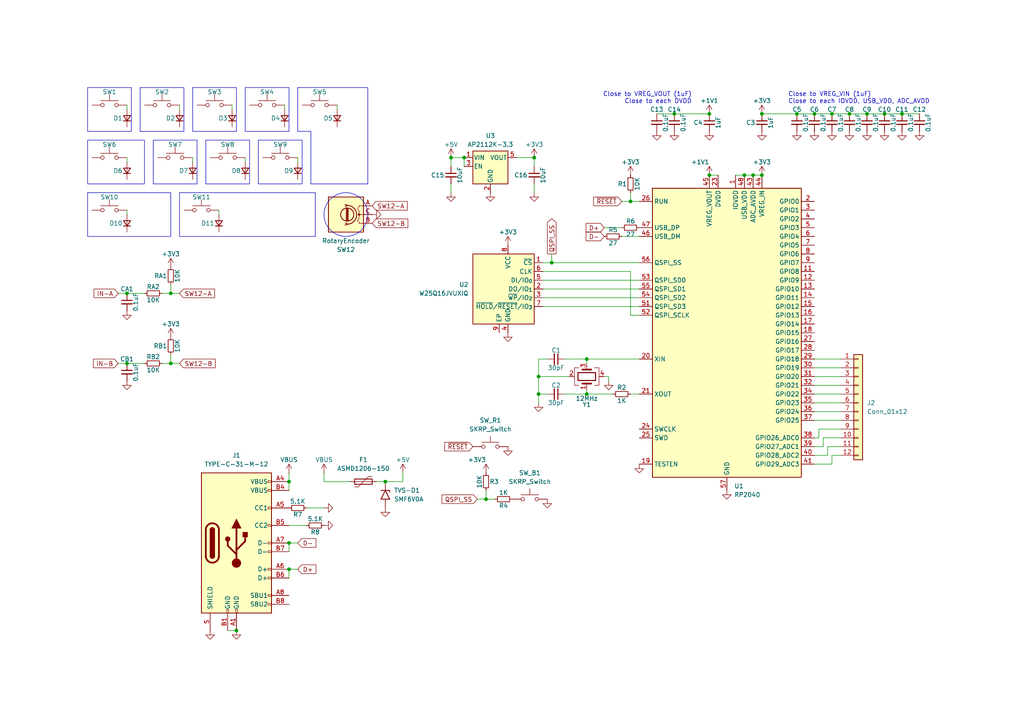
<source format=kicad_sch>
(kicad_sch (version 20250114) (generator "eeschema") (generator_version "9.0")
  (paper "A4")
  (lib_symbols
    (symbol "Connector_Generic:Conn_01x12" (pin_names (offset 1.016) (hide yes))
      (property "Reference" "J" (at 0 15.24 0))
      (property "Value" "Conn_01x12" (at 0 -17.78 0))
      (symbol "Conn_01x12_1_1"
        (pin passive line (at -5.08 12.7 0) (length 3.81) (name "Pin_1") (number "1"))
        (pin passive line (at -5.08 10.16 0) (length 3.81) (name "Pin_2") (number "2"))
        (pin passive line (at -5.08 7.62 0) (length 3.81) (name "Pin_3") (number "3"))
        (pin passive line (at -5.08 5.08 0) (length 3.81) (name "Pin_4") (number "4"))
        (pin passive line (at -5.08 2.54 0) (length 3.81) (name "Pin_5") (number "5"))
        (pin passive line (at -5.08 0 0) (length 3.81) (name "Pin_6") (number "6"))
        (pin passive line (at -5.08 -2.54 0) (length 3.81) (name "Pin_7") (number "7"))
        (pin passive line (at -5.08 -5.08 0) (length 3.81) (name "Pin_8") (number "8"))
        (pin passive line (at -5.08 -7.62 0) (length 3.81) (name "Pin_9") (number "9"))
        (pin passive line (at -5.08 -10.16 0) (length 3.81) (name "Pin_10") (number "10"))
        (pin passive line (at -5.08 -12.7 0) (length 3.81) (name "Pin_11") (number "11"))
        (pin passive line (at -5.08 -15.24 0) (length 3.81) (name "Pin_12") (number "12"))
      )
    )
    (symbol "Device:C_Small" (pin_numbers (hide yes)) (pin_names (offset 0.254) (hide yes))
      (property "Reference" "C" (at 0.254 1.778 0))
      (property "Value" "C_Small" (at 0.254 -2.032 0))
      (symbol "C_Small_1_1"
        (pin passive line (at 0 2.54 270) (length 2.032) (name "~") (number "1"))
        (pin passive line (at 0 -2.54 90) (length 2.032) (name "~") (number "2"))
      )
    )
    (symbol "Device:Crystal_GND24" (pin_names (offset 1.016) (hide yes))
      (property "Reference" "Y" (at 3.175 5.08 0))
      (property "Value" "Crystal_GND24" (at 3.175 3.175 0))
      (symbol "Crystal_GND24_1_1"
        (pin passive line (at -3.81 0 0) (length 1.27) (name "1") (number "1"))
        (pin passive line (at 0 5.08 270) (length 1.27) (name "2") (number "2"))
        (pin passive line (at 0 -5.08 90) (length 1.27) (name "4") (number "4"))
        (pin passive line (at 3.81 0 180) (length 1.27) (name "3") (number "3"))
      )
    )
    (symbol "Device:D_Small" (pin_numbers (hide yes)) (pin_names (offset 0.254) (hide yes))
      (property "Reference" "D" (at -1.27 2.032 0))
      (property "Value" "D_Small" (at -3.81 -2.032 0))
      (symbol "D_Small_1_1"
        (pin passive line (at -2.54 0 0) (length 1.778) (name "K") (number "1"))
        (pin passive line (at 2.54 0 180) (length 1.778) (name "A") (number "2"))
      )
    )
    (symbol "Device:Polyfuse" (pin_numbers (hide yes)) (pin_names (offset 0))
      (property "Reference" "F" (at -2.54 0 90))
      (property "Value" "Polyfuse" (at 2.54 0 90))
      (symbol "Polyfuse_1_1"
        (pin passive line (at 0 3.81 270) (length 1.27) (name "~") (number "1"))
        (pin passive line (at 0 -3.81 90) (length 1.27) (name "~") (number "2"))
      )
    )
    (symbol "Device:R_Small" (pin_numbers (hide yes)) (pin_names (offset 0.254) (hide yes))
      (property "Reference" "R" (at 0.762 0.508 0))
      (property "Value" "R_Small" (at 0.762 -1.016 0))
      (symbol "R_Small_1_1"
        (pin passive line (at 0 2.54 270) (length 0.762) (name "~") (number "1"))
        (pin passive line (at 0 -2.54 90) (length 0.762) (name "~") (number "2"))
      )
    )
    (symbol "Device:RotaryEncoder" (pin_names (offset 0.254) (hide yes))
      (property "Reference" "SW" (at 0 6.604 0))
      (property "Value" "RotaryEncoder" (at 0 -6.604 0))
      (symbol "RotaryEncoder_1_1"
        (pin passive line (at -7.62 2.54 0) (length 2.54) (name "A") (number "A"))
        (pin passive line (at -7.62 0 0) (length 2.54) (name "C") (number "C"))
        (pin passive line (at -7.62 -2.54 0) (length 2.54) (name "B") (number "B"))
      )
    )
    (symbol "Diode:SMF6V0A" (pin_numbers (hide yes)) (pin_names (offset 1.016) (hide yes))
      (property "Reference" "D" (at 0 2.54 0))
      (property "Value" "SMF6V0A" (at 0 -2.54 0))
      (symbol "SMF6V0A_1_1"
        (pin passive line (at -3.81 0 0) (length 2.54) (name "A1") (number "1"))
        (pin passive line (at 3.81 0 180) (length 2.54) (name "A2") (number "2"))
      )
    )
    (symbol "Library:SKRP_Switch" (pin_numbers (hide yes)) (pin_names (offset 1.016) (hide yes))
      (property "Reference" "SW" (at 1.27 2.54 0))
      (property "Value" "SKRP_Switch" (at 0 -1.524 0))
      (symbol "SKRP_Switch_1_1"
        (pin passive line (at -5.08 0 0) (length 2.54) (name "1") (number "1"))
        (pin passive line (at -5.08 0 0) (length 2.54) (hide yes) (name "2") (number "2"))
        (pin passive line (at 5.08 0 180) (length 2.54) (name "3") (number "3"))
        (pin passive line (at 5.08 0 180) (length 2.54) (hide yes) (name "4") (number "4"))
      )
    )
    (symbol "Library:TYPE-C-31-M-12" (pin_names (offset 1.016))
      (property "Reference" "J" (at 0 24.13 0))
      (property "Value" "TYPE-C-31-M-12" (at 0 21.59 0))
      (symbol "TYPE-C-31-M-12_1_1"
        (pin passive line (at -7.62 -25.4 90) (length 5.08) (name "SHIELD") (number "S"))
        (pin passive line (at -2.54 -25.4 90) (length 5.08) (name "GND") (number "B1"))
        (pin passive line (at 0 -25.4 90) (length 5.08) (name "GND") (number "A1"))
        (pin passive line (at 15.24 17.78 180) (length 5.08) (name "VBUS") (number "A4"))
        (pin passive line (at 15.24 15.24 180) (length 5.08) (name "VBUS") (number "B4"))
        (pin bidirectional line (at 15.24 10.16 180) (length 5.08) (name "CC1") (number "A5"))
        (pin bidirectional line (at 15.24 5.08 180) (length 5.08) (name "CC2") (number "B5"))
        (pin bidirectional line (at 15.24 0 180) (length 5.08) (name "D-") (number "A7"))
        (pin bidirectional line (at 15.24 -2.54 180) (length 5.08) (name "D-") (number "B7"))
        (pin bidirectional line (at 15.24 -7.62 180) (length 5.08) (name "D+") (number "A6"))
        (pin bidirectional line (at 15.24 -10.16 180) (length 5.08) (name "D+") (number "B6"))
        (pin bidirectional line (at 15.24 -15.24 180) (length 5.08) (name "SBU1") (number "A8"))
        (pin bidirectional line (at 15.24 -17.78 180) (length 5.08) (name "SBU2") (number "B8"))
      )
    )
    (symbol "Library:W25Q16JVUXIQ"
      (property "Reference" "U" (at -6.35 11.43 0))
      (property "Value" "W25Q16JVUXIQ" (at 7.62 11.43 0))
      (symbol "W25Q16JVUXIQ_1_1"
        (pin input line (at -10.16 7.62 0) (length 2.54) (name "~{CS}") (number "1"))
        (pin input line (at -10.16 5.08 0) (length 2.54) (name "CLK") (number "6"))
        (pin bidirectional line (at -10.16 2.54 0) (length 2.54) (name "DI/IO_{0}") (number "5"))
        (pin bidirectional line (at -10.16 0 0) (length 2.54) (name "DO/IO_{1}") (number "2"))
        (pin bidirectional line (at -10.16 -2.54 0) (length 2.54) (name "~{WP}/IO_{2}") (number "3"))
        (pin bidirectional line (at -10.16 -5.08 0) (length 2.54) (name "~{HOLD}/~{RESET}/IO_{3}") (number "7"))
        (pin power_in line (at 0 12.7 270) (length 2.54) (name "VCC") (number "8"))
        (pin power_in line (at 0 -12.7 90) (length 2.54) (name "GND") (number "4"))
        (pin passive line (at 2.54 -12.7 90) (length 2.54) (name "EP") (number "9"))
      )
    )
    (symbol "MCU_RaspberryPi:RP2040"
      (property "Reference" "U" (at 17.78 45.72 0))
      (property "Value" "RP2040" (at 17.78 43.18 0))
      (symbol "RP2040_1_1"
        (pin input line (at -25.4 38.1 0) (length 3.81) (name "RUN") (number "26"))
        (pin bidirectional line (at -25.4 30.48 0) (length 3.81) (name "USB_DP") (number "47"))
        (pin bidirectional line (at -25.4 27.94 0) (length 3.81) (name "USB_DM") (number "46"))
        (pin bidirectional line (at -25.4 20.32 0) (length 3.81) (name "QSPI_SS") (number "56"))
        (pin bidirectional line (at -25.4 15.24 0) (length 3.81) (name "QSPI_SD0") (number "53"))
        (pin bidirectional line (at -25.4 12.7 0) (length 3.81) (name "QSPI_SD1") (number "55"))
        (pin bidirectional line (at -25.4 10.16 0) (length 3.81) (name "QSPI_SD2") (number "54"))
        (pin bidirectional line (at -25.4 7.62 0) (length 3.81) (name "QSPI_SD3") (number "51"))
        (pin output line (at -25.4 5.08 0) (length 3.81) (name "QSPI_SCLK") (number "52"))
        (pin input line (at -25.4 -7.62 0) (length 3.81) (name "XIN") (number "20"))
        (pin passive line (at -25.4 -17.78 0) (length 3.81) (name "XOUT") (number "21"))
        (pin input line (at -25.4 -27.94 0) (length 3.81) (name "SWCLK") (number "24"))
        (pin bidirectional line (at -25.4 -30.48 0) (length 3.81) (name "SWD") (number "25"))
        (pin input line (at -25.4 -38.1 0) (length 3.81) (name "TESTEN") (number "19"))
        (pin power_out line (at -5.08 45.72 270) (length 3.81) (name "VREG_VOUT") (number "45"))
        (pin power_in line (at -2.54 45.72 270) (length 3.81) (name "DVDD") (number "23"))
        (pin passive line (at -2.54 45.72 270) (length 3.81) (hide yes) (name "DVDD") (number "50"))
        (pin power_in line (at 0 -45.72 90) (length 3.81) (name "GND") (number "57"))
        (pin power_in line (at 2.54 45.72 270) (length 3.81) (name "IOVDD") (number "1"))
        (pin passive line (at 2.54 45.72 270) (length 3.81) (hide yes) (name "IOVDD") (number "10"))
        (pin passive line (at 2.54 45.72 270) (length 3.81) (hide yes) (name "IOVDD") (number "22"))
        (pin passive line (at 2.54 45.72 270) (length 3.81) (hide yes) (name "IOVDD") (number "33"))
        (pin passive line (at 2.54 45.72 270) (length 3.81) (hide yes) (name "IOVDD") (number "42"))
        (pin passive line (at 2.54 45.72 270) (length 3.81) (hide yes) (name "IOVDD") (number "49"))
        (pin power_in line (at 5.08 45.72 270) (length 3.81) (name "USB_VDD") (number "48"))
        (pin power_in line (at 7.62 45.72 270) (length 3.81) (name "ADC_AVDD") (number "43"))
        (pin power_in line (at 10.16 45.72 270) (length 3.81) (name "VREG_IN") (number "44"))
        (pin bidirectional line (at 25.4 38.1 180) (length 3.81) (name "GPIO0") (number "2"))
        (pin bidirectional line (at 25.4 35.56 180) (length 3.81) (name "GPIO1") (number "3"))
        (pin bidirectional line (at 25.4 33.02 180) (length 3.81) (name "GPIO2") (number "4"))
        (pin bidirectional line (at 25.4 30.48 180) (length 3.81) (name "GPIO3") (number "5"))
        (pin bidirectional line (at 25.4 27.94 180) (length 3.81) (name "GPIO4") (number "6"))
        (pin bidirectional line (at 25.4 25.4 180) (length 3.81) (name "GPIO5") (number "7"))
        (pin bidirectional line (at 25.4 22.86 180) (length 3.81) (name "GPIO6") (number "8"))
        (pin bidirectional line (at 25.4 20.32 180) (length 3.81) (name "GPIO7") (number "9"))
        (pin bidirectional line (at 25.4 17.78 180) (length 3.81) (name "GPIO8") (number "11"))
        (pin bidirectional line (at 25.4 15.24 180) (length 3.81) (name "GPIO9") (number "12"))
        (pin bidirectional line (at 25.4 12.7 180) (length 3.81) (name "GPIO10") (number "13"))
        (pin bidirectional line (at 25.4 10.16 180) (length 3.81) (name "GPIO11") (number "14"))
        (pin bidirectional line (at 25.4 7.62 180) (length 3.81) (name "GPIO12") (number "15"))
        (pin bidirectional line (at 25.4 5.08 180) (length 3.81) (name "GPIO13") (number "16"))
        (pin bidirectional line (at 25.4 2.54 180) (length 3.81) (name "GPIO14") (number "17"))
        (pin bidirectional line (at 25.4 0 180) (length 3.81) (name "GPIO15") (number "18"))
        (pin bidirectional line (at 25.4 -2.54 180) (length 3.81) (name "GPIO16") (number "27"))
        (pin bidirectional line (at 25.4 -5.08 180) (length 3.81) (name "GPIO17") (number "28"))
        (pin bidirectional line (at 25.4 -7.62 180) (length 3.81) (name "GPIO18") (number "29"))
        (pin bidirectional line (at 25.4 -10.16 180) (length 3.81) (name "GPIO19") (number "30"))
        (pin bidirectional line (at 25.4 -12.7 180) (length 3.81) (name "GPIO20") (number "31"))
        (pin bidirectional line (at 25.4 -15.24 180) (length 3.81) (name "GPIO21") (number "32"))
        (pin bidirectional line (at 25.4 -17.78 180) (length 3.81) (name "GPIO22") (number "34"))
        (pin bidirectional line (at 25.4 -20.32 180) (length 3.81) (name "GPIO23") (number "35"))
        (pin bidirectional line (at 25.4 -22.86 180) (length 3.81) (name "GPIO24") (number "36"))
        (pin bidirectional line (at 25.4 -25.4 180) (length 3.81) (name "GPIO25") (number "37"))
        (pin bidirectional line (at 25.4 -30.48 180) (length 3.81) (name "GPIO26_ADC0") (number "38"))
        (pin bidirectional line (at 25.4 -33.02 180) (length 3.81) (name "GPIO27_ADC1") (number "39"))
        (pin bidirectional line (at 25.4 -35.56 180) (length 3.81) (name "GPIO28_ADC2") (number "40"))
        (pin bidirectional line (at 25.4 -38.1 180) (length 3.81) (name "GPIO29_ADC3") (number "41"))
      )
    )
    (symbol "Regulator_Linear:AP2112K-3.3" (pin_names (offset 0.254))
      (property "Reference" "U" (at -5.08 5.715 0))
      (property "Value" "AP2112K-3.3" (at 0 5.715 0))
      (symbol "AP2112K-3.3_1_1"
        (pin power_in line (at -7.62 2.54 0) (length 2.54) (name "VIN") (number "1"))
        (pin input line (at -7.62 0 0) (length 2.54) (name "EN") (number "3"))
        (pin power_in line (at 0 -7.62 90) (length 2.54) (name "GND") (number "2"))
        (pin no_connect line (at 5.08 0 180) (length 2.54) (hide yes) (name "NC") (number "4"))
        (pin power_out line (at 7.62 2.54 180) (length 2.54) (name "VOUT") (number "5"))
      )
    )
    (symbol "Switch:SW_Push" (pin_numbers (hide yes)) (pin_names (offset 1.016) (hide yes))
      (property "Reference" "SW" (at 1.27 2.54 0))
      (property "Value" "SW_Push" (at 0 -1.524 0))
      (symbol "SW_Push_0_1"
        (pin passive line (at -5.08 0 0) (length 2.54) (name "1") (number "1"))
        (pin passive line (at 5.08 0 180) (length 2.54) (name "2") (number "2"))
      )
    )
    (symbol "power:+1V1" (power) (pin_names (offset 0))
      (property "Value" "+1V1" (at 0 3.556 0))
      (symbol "+1V1_1_1"
        (pin power_in line (at 0 0 90) (length 0) (hide yes) (name "+1V1") (number "1"))
      )
    )
    (symbol "power:+3V3" (power) (pin_names (offset 0))
      (property "Value" "+3V3" (at 0 3.556 0))
      (symbol "+3V3_1_1"
        (pin power_in line (at 0 0 90) (length 0) (hide yes) (name "+3V3") (number "1"))
      )
    )
    (symbol "power:+5V" (power) (pin_names (offset 0))
      (property "Value" "+5V" (at 0 3.556 0))
      (symbol "+5V_1_1"
        (pin power_in line (at 0 0 90) (length 0) (hide yes) (name "+5V") (number "1"))
      )
    )
    (symbol "power:GND" (power) (pin_names (offset 0))
      (property "Value" "GND" (at 0 -3.81 0))
      (symbol "GND_1_1"
        (pin power_in line (at 0 0 270) (length 0) (hide yes) (name "GND") (number "1"))
      )
    )
    (symbol "power:VBUS" (power) (pin_numbers (hide yes)) (pin_names (offset 0) (hide yes))
      (property "Value" "VBUS" (at 0 3.556 0))
      (symbol "VBUS_1_1"
        (pin power_in line (at 0 0 90) (length 0) (name "~") (number "1"))
      )
    )
  )
  (rectangle (start 25.4 40.64) (end 41.91 53.34))
  (rectangle (start 71.12 25.4) (end 83.82 38.1))
  (rectangle (start 74.93 40.64) (end 87.63 53.34))
  (rectangle (start 55.88 25.4) (end 68.58 38.1))
  (rectangle (start 44.45 40.64) (end 57.15 53.34))
  (rectangle (start 40.64 25.4) (end 53.34 38.1))
  (rectangle (start 59.69 40.64) (end 72.39 53.34))
  (rectangle (start 25.4 55.88) (end 49.53 68.58))
  (rectangle (start 25.4 25.4) (end 38.1 38.1))
  (rectangle (start 52.07 55.88) (end 91.44 68.58))
  (circle (center 100.33 62.23) (radius 6.35))
  (text "Close to VREG_VIN (1uF)\nClose to each IOVDD, USB_VDD, ADC_AVDD" (at 228.6 30.226 0) (effects (font (size 1.27 1.27)) (justify left bottom)))
  (text "Close to VREG_VOUT (1uF)\nClose to each DVDD" (at 200.66 30.226 0) (effects (font (size 1.27 1.27)) (justify right bottom)))
  (junction (at 231.14 33.02))
  (junction (at 83.82 139.7))
  (junction (at 36.83 105.41))
  (junction (at 205.74 50.8))
  (junction (at 36.83 85.09))
  (junction (at 156.21 109.22))
  (junction (at 130.81 45.72))
  (junction (at 154.94 45.72))
  (junction (at 140.97 144.78))
  (junction (at 68.58 182.88))
  (junction (at 83.82 157.48))
  (junction (at 195.58 33.02))
  (junction (at 220.98 50.8))
  (junction (at 156.21 114.3))
  (junction (at 218.44 50.8))
  (junction (at 251.46 33.02))
  (junction (at 215.9 50.8))
  (junction (at 170.18 104.14))
  (junction (at 182.88 58.42))
  (junction (at 246.38 33.02))
  (junction (at 220.98 33.02))
  (junction (at 83.82 165.1))
  (junction (at 205.74 33.02))
  (junction (at 111.76 139.7))
  (junction (at 241.3 33.02))
  (junction (at 236.22 33.02))
  (junction (at 170.18 114.3))
  (junction (at 261.62 33.02))
  (junction (at 134.62 45.72))
  (junction (at 49.53 105.41))
  (junction (at 49.53 85.09))
  (junction (at 256.54 33.02))
  (junction (at 160.02 76.2))
  (polyline (pts (xy 86.36 25.4) (xy 86.36 38.1)))
  (wire (pts (xy 236.22 121.92) (xy 243.84 121.92)))
  (wire (pts (xy 237.49 127) (xy 237.49 124.46)))
  (wire (pts (xy 157.48 76.2) (xy 160.02 76.2)))
  (wire (pts (xy 46.99 105.41) (xy 49.53 105.41)))
  (wire (pts (xy 63.5 60.96) (xy 63.5 62.23)))
  (wire (pts (xy 83.82 157.48) (xy 86.36 157.48)))
  (wire (pts (xy 175.26 66.04) (xy 180.34 66.04)))
  (wire (pts (xy 88.9 147.32) (xy 93.98 147.32)))
  (wire (pts (xy 97.79 30.48) (xy 97.79 31.75)))
  (wire (pts (xy 49.53 85.09) (xy 52.07 85.09)))
  (wire (pts (xy 157.48 81.28) (xy 185.42 81.28)))
  (wire (pts (xy 83.82 137.16) (xy 83.82 139.7)))
  (wire (pts (xy 241.3 134.62) (xy 241.3 132.08)))
  (wire (pts (xy 163.83 104.14) (xy 170.18 104.14)))
  (wire (pts (xy 156.21 114.3) (xy 156.21 116.84)))
  (wire (pts (xy 236.22 119.38) (xy 243.84 119.38)))
  (wire (pts (xy 130.81 45.72) (xy 130.81 48.26)))
  (wire (pts (xy 154.94 53.34) (xy 154.94 55.88)))
  (wire (pts (xy 111.76 139.7) (xy 116.84 139.7)))
  (polyline (pts (xy 106.68 53.34) (xy 106.68 25.4)))
  (wire (pts (xy 195.58 33.02) (xy 205.74 33.02)))
  (wire (pts (xy 36.83 85.09) (xy 41.91 85.09)))
  (wire (pts (xy 130.81 53.34) (xy 130.81 55.88)))
  (wire (pts (xy 52.07 30.48) (xy 52.07 31.75)))
  (wire (pts (xy 236.22 109.22) (xy 243.84 109.22)))
  (polyline (pts (xy 90.17 38.1) (xy 90.17 53.34)))
  (wire (pts (xy 109.22 139.7) (xy 111.76 139.7)))
  (wire (pts (xy 241.3 132.08) (xy 243.84 132.08)))
  (wire (pts (xy 36.83 105.41) (xy 41.91 105.41)))
  (wire (pts (xy 236.22 106.68) (xy 243.84 106.68)))
  (wire (pts (xy 238.76 129.54) (xy 238.76 127)))
  (wire (pts (xy 215.9 50.8) (xy 218.44 50.8)))
  (wire (pts (xy 93.98 139.7) (xy 101.6 139.7)))
  (wire (pts (xy 66.04 182.88) (xy 68.58 182.88)))
  (wire (pts (xy 180.34 58.42) (xy 182.88 58.42)))
  (wire (pts (xy 236.22 114.3) (xy 243.84 114.3)))
  (wire (pts (xy 36.83 30.48) (xy 36.83 31.75)))
  (wire (pts (xy 36.83 60.96) (xy 36.83 62.23)))
  (wire (pts (xy 246.38 33.02) (xy 251.46 33.02)))
  (wire (pts (xy 156.21 109.22) (xy 165.1 109.22)))
  (wire (pts (xy 218.44 50.8) (xy 220.98 50.8)))
  (wire (pts (xy 49.53 105.41) (xy 52.07 105.41)))
  (wire (pts (xy 67.31 30.48) (xy 67.31 31.75)))
  (wire (pts (xy 231.14 33.02) (xy 236.22 33.02)))
  (wire (pts (xy 170.18 113.03) (xy 170.18 114.3)))
  (wire (pts (xy 163.83 114.3) (xy 170.18 114.3)))
  (wire (pts (xy 182.88 58.42) (xy 185.42 58.42)))
  (wire (pts (xy 83.82 152.4) (xy 88.9 152.4)))
  (wire (pts (xy 190.5 33.02) (xy 195.58 33.02)))
  (wire (pts (xy 175.26 109.22) (xy 176.53 109.22)))
  (wire (pts (xy 160.02 73.66) (xy 160.02 76.2)))
  (wire (pts (xy 182.88 55.88) (xy 182.88 58.42)))
  (wire (pts (xy 49.53 102.87) (xy 49.53 105.41)))
  (wire (pts (xy 236.22 33.02) (xy 241.3 33.02)))
  (wire (pts (xy 86.36 45.72) (xy 86.36 46.99)))
  (wire (pts (xy 213.36 50.8) (xy 215.9 50.8)))
  (wire (pts (xy 156.21 104.14) (xy 156.21 109.22)))
  (polyline (pts (xy 86.36 38.1) (xy 90.17 38.1)))
  (wire (pts (xy 158.75 114.3) (xy 156.21 114.3)))
  (wire (pts (xy 182.88 114.3) (xy 185.42 114.3)))
  (wire (pts (xy 170.18 114.3) (xy 177.8 114.3)))
  (wire (pts (xy 160.02 76.2) (xy 185.42 76.2)))
  (wire (pts (xy 149.86 45.72) (xy 154.94 45.72)))
  (wire (pts (xy 256.54 33.02) (xy 261.62 33.02)))
  (wire (pts (xy 158.75 104.14) (xy 156.21 104.14)))
  (wire (pts (xy 176.53 109.22) (xy 176.53 110.49)))
  (wire (pts (xy 236.22 111.76) (xy 243.84 111.76)))
  (wire (pts (xy 157.48 83.82) (xy 185.42 83.82)))
  (wire (pts (xy 34.29 105.41) (xy 36.83 105.41)))
  (wire (pts (xy 83.82 165.1) (xy 86.36 165.1)))
  (wire (pts (xy 156.21 109.22) (xy 156.21 114.3)))
  (wire (pts (xy 157.48 78.74) (xy 182.88 78.74)))
  (wire (pts (xy 238.76 127) (xy 243.84 127)))
  (wire (pts (xy 134.62 45.72) (xy 134.62 48.26)))
  (wire (pts (xy 236.22 104.14) (xy 243.84 104.14)))
  (wire (pts (xy 185.42 91.44) (xy 182.88 91.44)))
  (wire (pts (xy 46.99 85.09) (xy 49.53 85.09)))
  (wire (pts (xy 180.34 68.58) (xy 185.42 68.58)))
  (wire (pts (xy 170.18 104.14) (xy 185.42 104.14)))
  (polyline (pts (xy 106.68 25.4) (xy 86.36 25.4)))
  (wire (pts (xy 236.22 132.08) (xy 240.03 132.08)))
  (polyline (pts (xy 90.17 53.34) (xy 106.68 53.34)))
  (wire (pts (xy 36.83 45.72) (xy 36.83 46.99)))
  (wire (pts (xy 143.51 144.78) (xy 140.97 144.78)))
  (wire (pts (xy 240.03 132.08) (xy 240.03 129.54)))
  (wire (pts (xy 83.82 139.7) (xy 83.82 142.24)))
  (wire (pts (xy 157.48 86.36) (xy 185.42 86.36)))
  (wire (pts (xy 34.29 85.09) (xy 36.83 85.09)))
  (wire (pts (xy 93.98 137.16) (xy 93.98 139.7)))
  (wire (pts (xy 83.82 165.1) (xy 83.82 167.64)))
  (wire (pts (xy 182.88 91.44) (xy 182.88 78.74)))
  (wire (pts (xy 83.82 157.48) (xy 83.82 160.02)))
  (wire (pts (xy 116.84 137.16) (xy 116.84 139.7)))
  (wire (pts (xy 236.22 134.62) (xy 241.3 134.62)))
  (wire (pts (xy 71.12 45.72) (xy 71.12 46.99)))
  (wire (pts (xy 220.98 33.02) (xy 231.14 33.02)))
  (wire (pts (xy 251.46 33.02) (xy 256.54 33.02)))
  (wire (pts (xy 82.55 30.48) (xy 82.55 31.75)))
  (wire (pts (xy 240.03 129.54) (xy 243.84 129.54)))
  (wire (pts (xy 130.81 45.72) (xy 134.62 45.72)))
  (wire (pts (xy 241.3 33.02) (xy 246.38 33.02)))
  (wire (pts (xy 154.94 45.72) (xy 154.94 48.26)))
  (wire (pts (xy 236.22 127) (xy 237.49 127)))
  (wire (pts (xy 237.49 124.46) (xy 243.84 124.46)))
  (wire (pts (xy 49.53 82.55) (xy 49.53 85.09)))
  (wire (pts (xy 55.88 45.72) (xy 55.88 46.99)))
  (wire (pts (xy 140.97 144.78) (xy 138.43 144.78)))
  (wire (pts (xy 205.74 50.8) (xy 208.28 50.8)))
  (wire (pts (xy 236.22 129.54) (xy 238.76 129.54)))
  (wire (pts (xy 261.62 33.02) (xy 266.7 33.02)))
  (wire (pts (xy 170.18 104.14) (xy 170.18 105.41)))
  (wire (pts (xy 236.22 116.84) (xy 243.84 116.84)))
  (wire (pts (xy 157.48 88.9) (xy 185.42 88.9)))
  (wire (pts (xy 140.97 142.24) (xy 140.97 144.78)))
  (global_label "D-" (shape input) (at 86.36 157.48 0) (property "Intersheetrefs" "${INTERSHEET_REFS}" (effects (hide yes))))
  (global_label "SW12-A" (shape input) (at 107.95 59.69 0) (property "Intersheetrefs" "${INTERSHEET_REFS}" (effects (hide yes))))
  (global_label "D-" (shape input) (at 175.26 68.58 180) (property "Intersheetrefs" "${INTERSHEET_REFS}" (effects (hide yes))))
  (global_label "~{RESET}" (shape input) (at 137.16 129.54 180) (property "Intersheetrefs" "${INTERSHEET_REFS}" (effects (hide yes))))
  (global_label "QSPI_SS" (shape input) (at 138.43 144.78 180) (property "Intersheetrefs" "${INTERSHEET_REFS}" (effects (hide yes))))
  (global_label "D+" (shape input) (at 86.36 165.1 0) (property "Intersheetrefs" "${INTERSHEET_REFS}" (effects (hide yes))))
  (global_label "IN-B" (shape input) (at 34.29 105.41 180) (property "Intersheetrefs" "${INTERSHEET_REFS}" (effects (hide yes))))
  (global_label "SW12-A" (shape input) (at 52.07 85.09 0) (property "Intersheetrefs" "${INTERSHEET_REFS}" (effects (hide yes))))
  (global_label "IN-A" (shape input) (at 34.29 85.09 180) (property "Intersheetrefs" "${INTERSHEET_REFS}" (effects (hide yes))))
  (global_label "SW12-B" (shape input) (at 52.07 105.41 0) (property "Intersheetrefs" "${INTERSHEET_REFS}" (effects (hide yes))))
  (global_label "D+" (shape input) (at 175.26 66.04 180) (property "Intersheetrefs" "${INTERSHEET_REFS}" (effects (hide yes))))
  (global_label "~{RESET}" (shape input) (at 180.34 58.42 180) (property "Intersheetrefs" "${INTERSHEET_REFS}" (effects (hide yes))))
  (global_label "QSPI_SS" (shape output) (at 160.02 73.66 90) (property "Intersheetrefs" "${INTERSHEET_REFS}" (effects (hide yes))))
  (global_label "SW12-B" (shape input) (at 107.95 64.77 0) (property "Intersheetrefs" "${INTERSHEET_REFS}" (effects (hide yes))))
  (symbol (lib_id "power:GND") (at 176.53 110.49 0) (unit 1)
    (property "Reference" "#PWR02" (effects (hide yes)))
    (property "Value" "GND" (effects (hide yes)))
  )
  (symbol (lib_id "Switch:SW_Push") (at 50.8 45.72 0) (unit 1)
    (property "Reference" "SW7" (at 50.8 41.91 0))
    (property "Value" "SW_Push" (effects (hide yes)))
    (property "Footprint" "Library:CPG151101S11-16" (effects (hide yes)))
    (property "Description" "Push button switch, generic, two pins" (effects (hide yes)))
  )
  (symbol (lib_id "Device:D_Small") (at 82.55 34.29 90) (unit 1)
    (property "Reference" "D4" (at 81.28 34.29 90) (effects (justify left)))
    (property "Value" "D_Small" (effects (hide yes)))
    (property "Footprint" "Library:SOD323" (effects (hide yes)))
    (property "Description" "Diode, small symbol" (effects (hide yes)))
    (property "Sim.Device" "D" (effects (hide yes)))
    (property "Sim.Pins" "1=K 2=A" (effects (hide yes)))
  )
  (symbol (lib_id "power:VBUS") (at 83.82 137.16 0) (unit 1)
    (property "Reference" "#PWR036" (effects (hide yes)))
    (property "Value" "VBUS" (at 83.82 133.35 0))
    (property "Description" "Power symbol creates a global label with name \"VBUS\"" (effects (hide yes)))
  )
  (symbol (lib_id "Regulator_Linear:AP2112K-3.3") (at 142.24 48.26 0) (unit 1)
    (property "Reference" "U3" (at 142.24 39.37 0))
    (property "Value" "AP2112K-3.3" (at 142.24 41.91 0))
    (property "Footprint" "Library:SOT25" (effects (hide yes)))
    (property "Datasheet" "https://www.diodes.com/assets/Datasheets/AP2112.pdf" (effects (hide yes)))
    (property "Description" "600mA low dropout linear regulator, with enable pin, 3.8V-6V input voltage range, 3.3V fixed positive output, SOT-23-5" (effects (hide yes)))
  )
  (symbol (lib_id "Device:C_Small") (at 154.94 50.8 0) (unit 1)
    (property "Reference" "C16" (at 153.035 50.8 0) (effects (justify right)))
    (property "Value" "10uF" (at 157.48 50.8 90))
    (property "Footprint" "Library:C_0402" (effects (hide yes)))
    (property "LCSC" "C15525" (effects (hide yes)))
  )
  (symbol (lib_id "power:GND") (at 68.58 182.88 0) (unit 1)
    (property "Reference" "#PWR031" (effects (hide yes)))
    (property "Value" "GND" (effects (hide yes)))
  )
  (symbol (lib_id "power:+1V1") (at 205.74 33.02 0) (unit 1)
    (property "Reference" "#PWR06" (effects (hide yes)))
    (property "Value" "+1V1" (at 205.74 29.21 0))
  )
  (symbol (lib_id "power:GND") (at 154.94 55.88 0) (unit 1)
    (property "Reference" "#PWR016" (effects (hide yes)))
    (property "Value" "GND" (effects (hide yes)))
  )
  (symbol (lib_id "power:+3V3") (at 49.53 97.79 0) (unit 1)
    (property "Reference" "#PWR042" (effects (hide yes)))
    (property "Value" "+3V3" (at 49.53 93.98 0))
  )
  (symbol (lib_id "power:GND") (at 241.3 38.1 0) (unit 1)
    (property "Reference" "#PWR025" (effects (hide yes)))
    (property "Value" "GND" (effects (hide yes)))
  )
  (symbol (lib_id "power:VBUS") (at 93.98 137.16 0) (unit 1)
    (property "Reference" "#PWR017" (effects (hide yes)))
    (property "Value" "VBUS" (at 93.98 133.35 0))
    (property "Description" "Power symbol creates a global label with name \"VBUS\"" (effects (hide yes)))
  )
  (symbol (lib_id "Switch:SW_Push") (at 31.75 45.72 0) (unit 1)
    (property "Reference" "SW6" (at 31.75 41.91 0))
    (property "Value" "SW_Push" (effects (hide yes)))
    (property "Footprint" "Library:CPG151101S11-16" (effects (hide yes)))
    (property "Description" "Push button switch, generic, two pins" (effects (hide yes)))
  )
  (symbol (lib_id "Device:D_Small") (at 36.83 34.29 90) (unit 1)
    (property "Reference" "D1" (at 35.56 34.29 90) (effects (justify left)))
    (property "Value" "D_Small" (effects (hide yes)))
    (property "Footprint" "Library:SOD323" (effects (hide yes)))
    (property "Description" "Diode, small symbol" (effects (hide yes)))
    (property "Sim.Device" "D" (effects (hide yes)))
    (property "Sim.Pins" "1=K 2=A" (effects (hide yes)))
  )
  (symbol (lib_id "power:+3V3") (at 49.53 77.47 0) (unit 1)
    (property "Reference" "#PWR041" (effects (hide yes)))
    (property "Value" "+3V3" (at 49.53 73.66 0))
  )
  (symbol (lib_id "power:+3V3") (at 220.98 33.02 0) (unit 1)
    (property "Reference" "#PWR018" (effects (hide yes)))
    (property "Value" "+3V3" (at 220.98 29.21 0))
  )
  (symbol (lib_id "power:+3V3") (at 147.32 71.12 0) (unit 1)
    (property "Reference" "#PWR09" (effects (hide yes)))
    (property "Value" "+3V3" (at 147.32 67.31 0))
  )
  (symbol (lib_id "power:GND") (at 251.46 38.1 0) (unit 1)
    (property "Reference" "#PWR029" (effects (hide yes)))
    (property "Value" "GND" (effects (hide yes)))
  )
  (symbol (lib_id "power:GND") (at 205.74 38.1 0) (unit 1)
    (property "Reference" "#PWR07" (effects (hide yes)))
    (property "Value" "GND" (effects (hide yes)))
  )
  (symbol (lib_id "power:GND") (at 111.76 147.32 0) (unit 1)
    (property "Reference" "#PWR038" (effects (hide yes)))
    (property "Value" "GND" (effects (hide yes)))
  )
  (symbol (lib_id "Switch:SW_Push") (at 77.47 30.48 0) (unit 1)
    (property "Reference" "SW4" (at 77.47 26.67 0))
    (property "Value" "SW_Push" (effects (hide yes)))
    (property "Footprint" "Library:CPG151101S11-16" (effects (hide yes)))
    (property "Description" "Push button switch, generic, two pins" (effects (hide yes)))
  )
  (symbol (lib_id "Diode:SMF6V0A") (at 111.76 143.51 270) (unit 1)
    (property "Reference" "TVS-D1" (at 114.3 142.2399 90) (effects (justify left)))
    (property "Value" "SMF6V0A" (at 114.3 144.7799 90) (effects (justify left)))
    (property "Footprint" "Library:SMF6.0A" (effects (hide yes)))
    (property "LCSC" "C178260" (effects (hide yes)))
  )
  (symbol (lib_id "power:+5V") (at 130.81 45.72 0) (unit 1)
    (property "Reference" "#PWR015" (effects (hide yes)))
    (property "Value" "+5V" (at 130.81 41.91 0))
  )
  (symbol (lib_id "Device:R_Small") (at 180.34 114.3 270) (unit 1)
    (property "Reference" "R2" (at 180.34 112.395 90))
    (property "Value" "1K" (at 180.34 116.205 90))
    (property "Footprint" "Library:R_0402" (effects (hide yes)))
    (property "LCSC" "C11702" (effects (hide yes)))
  )
  (symbol (lib_id "power:GND") (at 220.98 38.1 0) (unit 1)
    (property "Reference" "#PWR019" (effects (hide yes)))
    (property "Value" "GND" (effects (hide yes)))
  )
  (symbol (lib_id "Switch:SW_Push") (at 92.71 30.48 0) (unit 1)
    (property "Reference" "SW5" (at 92.71 26.67 0))
    (property "Value" "SW_Push" (effects (hide yes)))
    (property "Footprint" "Library:CPG151101S11-16" (effects (hide yes)))
    (property "Description" "Push button switch, generic, two pins" (effects (hide yes)))
  )
  (symbol (lib_id "Switch:SW_Push") (at 31.75 60.96 0) (unit 1)
    (property "Reference" "SW10" (at 31.75 57.15 0))
    (property "Value" "SW_Push" (effects (hide yes)))
    (property "Footprint" "Library:CPG151101S11-16" (effects (hide yes)))
    (property "Description" "Push button switch, generic, two pins" (effects (hide yes)))
  )
  (symbol (lib_id "power:+3V3") (at 140.97 137.16 0) (mirror y) (unit 1)
    (property "Reference" "#PWR024" (effects (hide yes)))
    (property "Value" "+3V3" (at 140.97 133.35 0) (effects (justify left)))
  )
  (symbol (lib_id "power:GND") (at 158.75 144.78 0) (mirror y) (unit 1)
    (property "Reference" "#PWR027" (effects (hide yes)))
    (property "Value" "GND" (effects (hide yes)))
  )
  (symbol (lib_id "power:GND") (at 210.82 142.24 0) (unit 1)
    (property "Reference" "#PWR08" (effects (hide yes)))
    (property "Value" "GND" (effects (hide yes)))
  )
  (symbol (lib_id "Device:C_Small") (at 161.29 114.3 270) (unit 1)
    (property "Reference" "C2" (at 161.29 111.76 90))
    (property "Value" "30pF" (at 161.29 116.84 90))
    (property "Footprint" "Library:C_0402" (effects (hide yes)))
    (property "LCSC" "C1570" (effects (hide yes)))
  )
  (symbol (lib_id "power:GND") (at 190.5 38.1 0) (unit 1)
    (property "Reference" "#PWR0101" (effects (hide yes)))
    (property "Value" "GND" (effects (hide yes)))
  )
  (symbol (lib_id "Library:SKRP_Switch") (at 142.24 129.54 0) (unit 1)
    (property "Reference" "SW_R1" (at 142.24 121.92 0))
    (property "Value" "SKRP_Switch" (at 142.24 124.46 0))
    (property "Footprint" "Library:SKRP_Switch" (effects (hide yes)))
  )
  (symbol (lib_id "power:GND") (at 142.24 55.88 0) (unit 1)
    (property "Reference" "#PWR013" (effects (hide yes)))
    (property "Value" "GND" (effects (hide yes)))
  )
  (symbol (lib_id "power:GND") (at 185.42 134.62 0) (unit 1)
    (property "Reference" "#PWR011" (effects (hide yes)))
    (property "Value" "GND" (effects (hide yes)))
  )
  (symbol (lib_id "Library:W25Q16JVUXIQ") (at 147.32 83.82 0) (mirror y) (unit 1)
    (property "Reference" "U2" (at 135.89 82.5499 0) (effects (justify left)))
    (property "Value" "W25Q16JVUXIQ" (at 135.89 85.0899 0) (effects (justify left)))
    (property "Footprint" "Library:W25Q16JVUXIQ" (effects (hide yes)))
    (property "Description" "16Mbit / 2MiB Serial Flash Memory, Standard/Dual/Quad SPI, 2.7-3.6V, USON-8 2x3mm" (effects (hide yes)))
  )
  (symbol (lib_id "Device:R_Small") (at 140.97 139.7 0) (mirror y) (unit 1)
    (property "Reference" "R3" (at 141.986 139.7 0) (effects (justify right)))
    (property "Value" "10K" (at 139.065 139.7 90))
    (property "Footprint" "Library:R_0402" (effects (hide yes)))
    (property "LCSC" "C25744" (effects (hide yes)))
  )
  (symbol (lib_id "Switch:SW_Push") (at 58.42 60.96 0) (unit 1)
    (property "Reference" "SW11" (at 58.42 57.15 0))
    (property "Value" "SW_Push" (effects (hide yes)))
    (property "Footprint" "Library:CPG151101S11-16" (effects (hide yes)))
    (property "Description" "Push button switch, generic, two pins" (effects (hide yes)))
  )
  (symbol (lib_id "power:GND") (at 156.21 116.84 0) (unit 1)
    (property "Reference" "#PWR01" (effects (hide yes)))
    (property "Value" "GND" (effects (hide yes)))
  )
  (symbol (lib_id "power:GND") (at 147.32 96.52 0) (unit 1)
    (property "Reference" "#PWR010" (effects (hide yes)))
    (property "Value" "GND" (effects (hide yes)))
  )
  (symbol (lib_id "power:GND") (at 236.22 38.1 0) (unit 1)
    (property "Reference" "#PWR023" (effects (hide yes)))
    (property "Value" "GND" (effects (hide yes)))
  )
  (symbol (lib_id "Device:C_Small") (at 231.14 35.56 0) (unit 1)
    (property "Reference" "C5" (at 231.14 31.75 0))
    (property "Value" "0.1uF" (at 233.68 35.56 90))
    (property "Footprint" "Library:C_0402" (effects (hide yes)))
    (property "LCSC" "C307331" (effects (hide yes)))
  )
  (symbol (lib_id "Device:C_Small") (at 190.5 35.56 0) (unit 1)
    (property "Reference" "C13" (at 190.5 31.75 0))
    (property "Value" "0.1uF" (at 193.04 35.56 90))
    (property "Footprint" "Library:C_0402" (effects (hide yes)))
    (property "LCSC" "C307331" (effects (hide yes)))
  )
  (symbol (lib_id "Device:R_Small") (at 182.88 66.04 270) (unit 1)
    (property "Reference" "R6" (at 182.88 64.135 90))
    (property "Value" "27" (at 182.88 67.945 90))
    (property "Footprint" "Library:R_0402" (effects (hide yes)))
    (property "LCSC" "C352446" (effects (hide yes)))
  )
  (symbol (lib_id "Connector_Generic:Conn_01x12") (at 248.92 116.84 0) (unit 1)
    (property "Reference" "J2" (at 251.46 116.8399 0) (effects (justify left)))
    (property "Value" "Conn_01x12" (at 251.46 119.3799 0) (effects (justify left)))
    (property "Footprint" "Library:AFC01-S12FCC-00" (effects (hide yes)))
    (property "Description" "Generic connector, single row, 01x12, script generated (kicad-library-utils/schlib/autogen/connector/)" (effects (hide yes)))
  )
  (symbol (lib_id "Device:D_Small") (at 52.07 34.29 90) (unit 1)
    (property "Reference" "D2" (at 50.8 34.29 90) (effects (justify left)))
    (property "Value" "D_Small" (effects (hide yes)))
    (property "Footprint" "Library:SOD323" (effects (hide yes)))
    (property "Description" "Diode, small symbol" (effects (hide yes)))
    (property "Sim.Device" "D" (effects (hide yes)))
    (property "Sim.Pins" "1=K 2=A" (effects (hide yes)))
  )
  (symbol (lib_id "power:+5V") (at 116.84 137.16 0) (unit 1)
    (property "Reference" "#PWR037" (effects (hide yes)))
    (property "Value" "+5V" (at 116.84 133.35 0))
  )
  (symbol (lib_id "Device:R_Small") (at 182.88 53.34 0) (unit 1)
    (property "Reference" "R1" (at 181.864 53.34 0) (effects (justify right)))
    (property "Value" "10K" (at 184.785 53.34 90))
    (property "Footprint" "Library:R_0402" (effects (hide yes)))
    (property "LCSC" "C25744" (effects (hide yes)))
  )
  (symbol (lib_id "power:GND") (at 36.83 110.49 0) (unit 1)
    (property "Reference" "#PWR043" (effects (hide yes)))
    (property "Value" "GND" (effects (hide yes)))
  )
  (symbol (lib_id "Device:R_Small") (at 44.45 105.41 270) (unit 1)
    (property "Reference" "RB2" (at 44.45 103.505 90))
    (property "Value" "10K" (at 44.45 107.315 90))
    (property "Footprint" "Library:R_0402" (effects (hide yes)))
    (property "LCSC" "C25744" (effects (hide yes)))
  )
  (symbol (lib_id "power:GND") (at 261.62 38.1 0) (unit 1)
    (property "Reference" "#PWR033" (effects (hide yes)))
    (property "Value" "GND" (effects (hide yes)))
  )
  (symbol (lib_id "power:+3V3") (at 154.94 45.72 0) (unit 1)
    (property "Reference" "#PWR022" (effects (hide yes)))
    (property "Value" "+3V3" (at 154.94 41.91 0))
  )
  (symbol (lib_id "power:GND") (at 246.38 38.1 0) (unit 1)
    (property "Reference" "#PWR028" (effects (hide yes)))
    (property "Value" "GND" (effects (hide yes)))
  )
  (symbol (lib_id "power:GND") (at 60.96 182.88 0) (unit 1)
    (property "Reference" "#PWR034" (effects (hide yes)))
    (property "Value" "GND" (effects (hide yes)))
  )
  (symbol (lib_id "power:GND") (at 130.81 55.88 0) (unit 1)
    (property "Reference" "#PWR014" (effects (hide yes)))
    (property "Value" "GND" (effects (hide yes)))
  )
  (symbol (lib_id "Device:R_Small") (at 86.36 147.32 90) (unit 1)
    (property "Reference" "R7" (at 86.36 149.225 90))
    (property "Value" "5.1K" (at 86.36 145.415 90))
    (property "Footprint" "Library:R_0402" (effects (hide yes)))
    (property "LCSC" "C25905" (effects (hide yes)))
  )
  (symbol (lib_id "Device:R_Small") (at 177.8 68.58 270) (unit 1)
    (property "Reference" "R5" (at 177.8 66.675 90))
    (property "Value" "27" (at 177.8 70.485 90))
    (property "Footprint" "Library:R_0402" (effects (hide yes)))
    (property "LCSC" "C352446" (effects (hide yes)))
  )
  (symbol (lib_id "Library:TYPE-C-31-M-12") (at 68.58 157.48 0) (unit 1)
    (property "Reference" "J1" (at 68.58 132.08 0))
    (property "Value" "TYPE-C-31-M-12" (at 68.58 134.62 0))
    (property "Footprint" "Library:TYPE-C-31-M-12" (effects (hide yes)))
    (property "LCSC" "C165948" (effects (hide yes)))
  )
  (symbol (lib_id "power:GND") (at 93.98 152.4 90) (unit 1)
    (property "Reference" "#PWR020" (effects (hide yes)))
    (property "Value" "GND" (effects (hide yes)))
  )
  (symbol (lib_id "Device:C_Small") (at 195.58 35.56 0) (unit 1)
    (property "Reference" "C14" (at 195.58 31.75 0))
    (property "Value" "0.1uF" (at 198.12 35.56 90))
    (property "Footprint" "Library:C_0402" (effects (hide yes)))
    (property "LCSC" "C307331" (effects (hide yes)))
  )
  (symbol (lib_id "Device:C_Small") (at 251.46 35.56 0) (unit 1)
    (property "Reference" "C9" (at 251.46 31.75 0))
    (property "Value" "0.1uF" (at 254 35.56 90))
    (property "Footprint" "Library:C_0402" (effects (hide yes)))
    (property "LCSC" "C307331" (effects (hide yes)))
  )
  (symbol (lib_id "Device:D_Small") (at 55.88 49.53 90) (unit 1)
    (property "Reference" "D7" (at 54.61 49.53 90) (effects (justify left)))
    (property "Value" "D_Small" (effects (hide yes)))
    (property "Footprint" "Library:SOD323" (effects (hide yes)))
    (property "Description" "Diode, small symbol" (effects (hide yes)))
    (property "Sim.Device" "D" (effects (hide yes)))
    (property "Sim.Pins" "1=K 2=A" (effects (hide yes)))
  )
  (symbol (lib_id "power:GND") (at 256.54 38.1 0) (unit 1)
    (property "Reference" "#PWR030" (effects (hide yes)))
    (property "Value" "GND" (effects (hide yes)))
  )
  (symbol (lib_id "Device:Crystal_GND24") (at 170.18 109.22 90) (unit 1)
    (property "Reference" "Y1" (at 170.18 117.348 90))
    (property "Value" "12MHz" (at 170.18 115.57 90))
    (property "Footprint" "Library:SMD3225-4P" (effects (hide yes)))
    (property "Description" "Four pin crystal, GND on pins 2 and 4" (effects (hide yes)))
    (property "LCSC" "C9002" (effects (hide yes)))
  )
  (symbol (lib_id "Device:D_Small") (at 63.5 64.77 90) (unit 1)
    (property "Reference" "D11" (at 62.23 64.77 90) (effects (justify left)))
    (property "Value" "D_Small" (effects (hide yes)))
    (property "Footprint" "Library:SOD323" (effects (hide yes)))
    (property "Description" "Diode, small symbol" (effects (hide yes)))
    (property "Sim.Device" "D" (effects (hide yes)))
    (property "Sim.Pins" "1=K 2=A" (effects (hide yes)))
  )
  (symbol (lib_id "Device:C_Small") (at 236.22 35.56 0) (unit 1)
    (property "Reference" "C6" (at 236.22 31.75 0))
    (property "Value" "0.1uF" (at 238.76 35.56 90))
    (property "Footprint" "Library:C_0402" (effects (hide yes)))
    (property "LCSC" "C307331" (effects (hide yes)))
  )
  (symbol (lib_id "Device:C_Small") (at 256.54 35.56 0) (unit 1)
    (property "Reference" "C10" (at 256.54 31.75 0))
    (property "Value" "0.1uF" (at 259.08 35.56 90))
    (property "Footprint" "Library:C_0402" (effects (hide yes)))
    (property "LCSC" "C307331" (effects (hide yes)))
  )
  (symbol (lib_id "Device:R_Small") (at 49.53 80.01 0) (unit 1)
    (property "Reference" "RA1" (at 48.514 80.01 0) (effects (justify right)))
    (property "Value" "10K" (at 51.435 80.01 90))
    (property "Footprint" "Library:R_0402" (effects (hide yes)))
    (property "LCSC" "C25744" (effects (hide yes)))
  )
  (symbol (lib_id "Device:C_Small") (at 261.62 35.56 0) (unit 1)
    (property "Reference" "C11" (at 263.525 31.75 0) (effects (justify right)))
    (property "Value" "0.1uF" (at 264.16 35.56 90))
    (property "Footprint" "Library:C_0402" (effects (hide yes)))
    (property "LCSC" "C307331" (effects (hide yes)))
  )
  (symbol (lib_id "power:GND") (at 147.32 129.54 0) (mirror y) (unit 1)
    (property "Reference" "#PWR026" (effects (hide yes)))
    (property "Value" "GND" (effects (hide yes)))
  )
  (symbol (lib_id "power:GND") (at 36.83 90.17 0) (unit 1)
    (property "Reference" "#PWR039" (effects (hide yes)))
    (property "Value" "GND" (effects (hide yes)))
  )
  (symbol (lib_id "MCU_RaspberryPi:RP2040") (at 210.82 96.52 0) (unit 1)
    (property "Reference" "U1" (at 212.9633 140.97 0) (effects (justify left)))
    (property "Value" "RP2040" (at 212.9633 143.51 0) (effects (justify left)))
    (property "Footprint" "Library:RP2040" (effects (hide yes)))
    (property "Datasheet" "https://datasheets.raspberrypi.com/rp2040/rp2040-datasheet.pdf" (effects (hide yes)))
    (property "Description" "A microcontroller by Raspberry Pi" (effects (hide yes)))
  )
  (symbol (lib_id "Switch:SW_Push") (at 81.28 45.72 0) (unit 1)
    (property "Reference" "SW9" (at 81.28 41.91 0))
    (property "Value" "SW_Push" (effects (hide yes)))
    (property "Footprint" "Library:CPG151101S11-16" (effects (hide yes)))
    (property "Description" "Push button switch, generic, two pins" (effects (hide yes)))
  )
  (symbol (lib_id "Device:D_Small") (at 97.79 34.29 90) (unit 1)
    (property "Reference" "D5" (at 96.52 34.29 90) (effects (justify left)))
    (property "Value" "D_Small" (effects (hide yes)))
    (property "Footprint" "Library:SOD323" (effects (hide yes)))
    (property "Description" "Diode, small symbol" (effects (hide yes)))
    (property "Sim.Device" "D" (effects (hide yes)))
    (property "Sim.Pins" "1=K 2=A" (effects (hide yes)))
  )
  (symbol (lib_id "Device:C_Small") (at 205.74 35.56 0) (unit 1)
    (property "Reference" "C4" (at 203.835 35.56 0) (effects (justify right)))
    (property "Value" "1uF" (at 208.28 35.56 90))
    (property "Footprint" "Library:C_0402" (effects (hide yes)))
    (property "LCSC" "C52923" (effects (hide yes)))
  )
  (symbol (lib_id "Device:C_Small") (at 220.98 35.56 0) (unit 1)
    (property "Reference" "C3" (at 219.075 35.56 0) (effects (justify right)))
    (property "Value" "1uF" (at 223.52 35.56 90))
    (property "Footprint" "Library:C_0402" (effects (hide yes)))
    (property "LCSC" "C52923" (effects (hide yes)))
  )
  (symbol (lib_id "Switch:SW_Push") (at 66.04 45.72 0) (unit 1)
    (property "Reference" "SW8" (at 66.04 41.91 0))
    (property "Value" "SW_Push" (effects (hide yes)))
    (property "Footprint" "Library:CPG151101S11-16" (effects (hide yes)))
    (property "Description" "Push button switch, generic, two pins" (effects (hide yes)))
  )
  (symbol (lib_id "Device:C_Small") (at 36.83 107.95 0) (unit 1)
    (property "Reference" "CB1" (at 36.83 104.14 0))
    (property "Value" "0.1uF" (at 39.37 107.95 90))
    (property "Footprint" "Library:C_0402" (effects (hide yes)))
    (property "LCSC" "C307331" (effects (hide yes)))
  )
  (symbol (lib_id "Device:R_Small") (at 146.05 144.78 90) (unit 1)
    (property "Reference" "R4" (at 146.05 146.685 90))
    (property "Value" "1K" (at 146.05 142.875 90))
    (property "Footprint" "Library:R_0402" (effects (hide yes)))
    (property "LCSC" "C11702" (effects (hide yes)))
  )
  (symbol (lib_id "Device:C_Small") (at 130.81 50.8 0) (unit 1)
    (property "Reference" "C15" (at 128.905 50.8 0) (effects (justify right)))
    (property "Value" "10uF" (at 133.35 50.8 90))
    (property "Footprint" "Library:C_0402" (effects (hide yes)))
    (property "LCSC" "C15525" (effects (hide yes)))
  )
  (symbol (lib_id "Device:R_Small") (at 49.53 100.33 0) (unit 1)
    (property "Reference" "RB1" (at 48.514 100.33 0) (effects (justify right)))
    (property "Value" "10K" (at 51.435 100.33 90))
    (property "Footprint" "Library:R_0402" (effects (hide yes)))
    (property "LCSC" "C25744" (effects (hide yes)))
  )
  (symbol (lib_id "Switch:SW_Push") (at 31.75 30.48 0) (unit 1)
    (property "Reference" "SW1" (at 31.75 26.67 0))
    (property "Value" "SW_Push" (effects (hide yes)))
    (property "Footprint" "Library:CPG151101S11-16" (effects (hide yes)))
    (property "Description" "Push button switch, generic, two pins" (effects (hide yes)))
  )
  (symbol (lib_id "power:GND") (at 266.7 38.1 0) (unit 1)
    (property "Reference" "#PWR035" (effects (hide yes)))
    (property "Value" "GND" (effects (hide yes)))
  )
  (symbol (lib_id "Device:Polyfuse") (at 105.41 139.7 90) (unit 1)
    (property "Reference" "F1" (at 105.41 133.35 90))
    (property "Value" "ASMD1206-150" (at 105.41 135.89 90))
    (property "Footprint" "Library:F_1206" (effects (hide yes)))
    (property "Description" "Resettable fuse, polymeric positive temperature coefficient" (effects (hide yes)))
    (property "LCSC" "C135342" (effects (hide yes)))
  )
  (symbol (lib_id "Device:C_Small") (at 36.83 87.63 0) (unit 1)
    (property "Reference" "CA1" (at 36.83 83.82 0))
    (property "Value" "0.1uF" (at 39.37 87.63 90))
    (property "Footprint" "Library:C_0402" (effects (hide yes)))
    (property "LCSC" "C307331" (effects (hide yes)))
  )
  (symbol (lib_id "Switch:SW_Push") (at 46.99 30.48 0) (unit 1)
    (property "Reference" "SW2" (at 46.99 26.67 0))
    (property "Value" "SW_Push" (effects (hide yes)))
    (property "Footprint" "Library:CPG151101S11-16" (effects (hide yes)))
    (property "Description" "Push button switch, generic, two pins" (effects (hide yes)))
  )
  (symbol (lib_id "Device:C_Small") (at 241.3 35.56 0) (unit 1)
    (property "Reference" "C7" (at 241.3 31.75 0))
    (property "Value" "0.1uF" (at 243.84 35.56 90))
    (property "Footprint" "Library:C_0402" (effects (hide yes)))
    (property "LCSC" "C307331" (effects (hide yes)))
  )
  (symbol (lib_id "Device:D_Small") (at 36.83 49.53 90) (unit 1)
    (property "Reference" "D6" (at 35.56 49.53 90) (effects (justify left)))
    (property "Value" "D_Small" (effects (hide yes)))
    (property "Footprint" "Library:SOD323" (effects (hide yes)))
    (property "Description" "Diode, small symbol" (effects (hide yes)))
    (property "Sim.Device" "D" (effects (hide yes)))
    (property "Sim.Pins" "1=K 2=A" (effects (hide yes)))
  )
  (symbol (lib_id "power:+3V3") (at 182.88 50.8 0) (unit 1)
    (property "Reference" "#PWR04" (effects (hide yes)))
    (property "Value" "+3V3" (at 182.88 46.99 0))
  )
  (symbol (lib_id "Device:RotaryEncoder") (at 100.33 62.23 0) (mirror y) (unit 1)
    (property "Reference" "SW12" (at 100.33 72.39 0))
    (property "Value" "RotaryEncoder" (at 100.33 69.85 0))
    (property "Footprint" "Rotary_Encoder:RotaryEncoder_Alps_EC12E_Vertical_H20mm" (effects (hide yes)))
    (property "Description" "Rotary encoder, dual channel, incremental quadrate outputs" (effects (hide yes)))
  )
  (symbol (lib_id "Device:D_Small") (at 67.31 34.29 90) (unit 1)
    (property "Reference" "D3" (at 66.04 34.29 90) (effects (justify left)))
    (property "Value" "D_Small" (effects (hide yes)))
    (property "Footprint" "Library:SOD323" (effects (hide yes)))
    (property "Description" "Diode, small symbol" (effects (hide yes)))
    (property "Sim.Device" "D" (effects (hide yes)))
    (property "Sim.Pins" "1=K 2=A" (effects (hide yes)))
  )
  (symbol (lib_id "Device:C_Small") (at 266.7 35.56 0) (unit 1)
    (property "Reference" "C12" (at 268.605 31.75 0) (effects (justify right)))
    (property "Value" "0.1uF" (at 269.24 35.56 90))
    (property "Footprint" "Library:C_0402" (effects (hide yes)))
    (property "LCSC" "C307331" (effects (hide yes)))
  )
  (symbol (lib_id "Device:R_Small") (at 44.45 85.09 270) (unit 1)
    (property "Reference" "RA2" (at 44.45 83.185 90))
    (property "Value" "10K" (at 44.45 86.995 90))
    (property "Footprint" "Library:R_0402" (effects (hide yes)))
    (property "LCSC" "C25744" (effects (hide yes)))
  )
  (symbol (lib_id "power:GND") (at 195.58 38.1 0) (unit 1)
    (property "Reference" "#PWR03" (effects (hide yes)))
    (property "Value" "GND" (effects (hide yes)))
  )
  (symbol (lib_id "power:GND") (at 107.95 62.23 90) (unit 1)
    (property "Reference" "#PWR040" (effects (hide yes)))
    (property "Value" "GND" (effects (hide yes)))
  )
  (symbol (lib_id "Library:SKRP_Switch") (at 153.67 144.78 0) (unit 1)
    (property "Reference" "SW_B1" (at 153.67 137.16 0))
    (property "Value" "SKRP_Switch" (at 153.67 139.7 0))
    (property "Footprint" "Library:SKRP_Switch" (effects (hide yes)))
  )
  (symbol (lib_id "Device:D_Small") (at 71.12 49.53 90) (unit 1)
    (property "Reference" "D8" (at 69.85 49.53 90) (effects (justify left)))
    (property "Value" "D_Small" (effects (hide yes)))
    (property "Footprint" "Library:SOD323" (effects (hide yes)))
    (property "Description" "Diode, small symbol" (effects (hide yes)))
    (property "Sim.Device" "D" (effects (hide yes)))
    (property "Sim.Pins" "1=K 2=A" (effects (hide yes)))
  )
  (symbol (lib_id "Device:D_Small") (at 86.36 49.53 90) (unit 1)
    (property "Reference" "D9" (at 85.09 49.53 90) (effects (justify left)))
    (property "Value" "D_Small" (effects (hide yes)))
    (property "Footprint" "Library:SOD323" (effects (hide yes)))
    (property "Description" "Diode, small symbol" (effects (hide yes)))
    (property "Sim.Device" "D" (effects (hide yes)))
    (property "Sim.Pins" "1=K 2=A" (effects (hide yes)))
  )
  (symbol (lib_id "Device:R_Small") (at 91.44 152.4 90) (unit 1)
    (property "Reference" "R8" (at 91.44 154.305 90))
    (property "Value" "5.1K" (at 91.44 150.495 90))
    (property "Footprint" "Library:R_0402" (effects (hide yes)))
    (property "LCSC" "C25905" (effects (hide yes)))
  )
  (symbol (lib_id "power:GND") (at 231.14 38.1 0) (unit 1)
    (property "Reference" "#PWR021" (effects (hide yes)))
    (property "Value" "GND" (effects (hide yes)))
  )
  (symbol (lib_id "Device:C_Small") (at 161.29 104.14 270) (unit 1)
    (property "Reference" "C1" (at 161.29 101.6 90))
    (property "Value" "30pF" (at 161.29 106.68 90))
    (property "Footprint" "Library:C_0402" (effects (hide yes)))
    (property "LCSC" "C1570" (effects (hide yes)))
  )
  (symbol (lib_id "power:+1V1") (at 205.74 50.8 0) (unit 1)
    (property "Reference" "#PWR012" (effects (hide yes)))
    (property "Value" "+1V1" (at 205.74 46.99 0) (effects (justify right)))
  )
  (symbol (lib_id "Device:C_Small") (at 246.38 35.56 0) (unit 1)
    (property "Reference" "C8" (at 246.38 31.75 0))
    (property "Value" "0.1uF" (at 248.92 35.56 90))
    (property "Footprint" "Library:C_0402" (effects (hide yes)))
    (property "LCSC" "C307331" (effects (hide yes)))
  )
  (symbol (lib_id "power:+3V3") (at 220.98 50.8 0) (unit 1)
    (property "Reference" "#PWR05" (effects (hide yes)))
    (property "Value" "+3V3" (at 220.98 46.99 0))
  )
  (symbol (lib_id "Device:D_Small") (at 36.83 64.77 90) (unit 1)
    (property "Reference" "D10" (at 35.56 64.77 90) (effects (justify left)))
    (property "Value" "D_Small" (effects (hide yes)))
    (property "Footprint" "Library:SOD323" (effects (hide yes)))
    (property "Description" "Diode, small symbol" (effects (hide yes)))
    (property "Sim.Device" "D" (effects (hide yes)))
    (property "Sim.Pins" "1=K 2=A" (effects (hide yes)))
  )
  (symbol (lib_id "Switch:SW_Push") (at 62.23 30.48 0) (unit 1)
    (property "Reference" "SW3" (at 62.23 26.67 0))
    (property "Value" "SW_Push" (effects (hide yes)))
    (property "Footprint" "Library:CPG151101S11-16" (effects (hide yes)))
    (property "Description" "Push button switch, generic, two pins" (effects (hide yes)))
  )
  (symbol (lib_id "power:GND") (at 93.98 147.32 90) (unit 1)
    (property "Reference" "#PWR032" (effects (hide yes)))
    (property "Value" "GND" (effects (hide yes)))
  )
)
</source>
